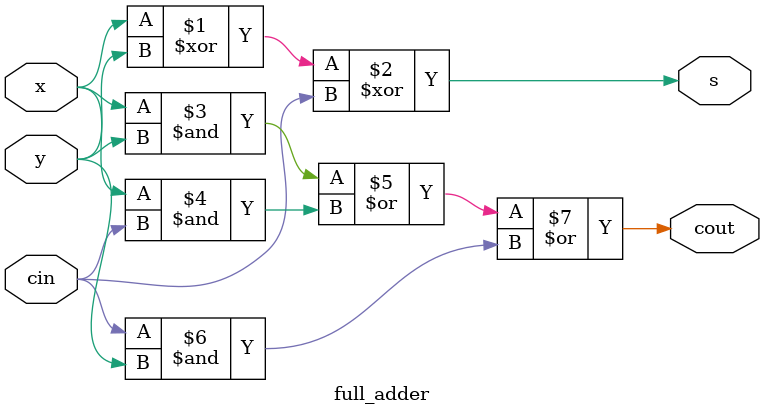
<source format=sv>
module ripple_adder
(
    input   logic[15:0]     A,
    input   logic[15:0]     B,
    output  logic[15:0]     Sum,
    output  logic           CO
);

    /* TODO
     *
     * Insert code here to implement a ripple adder.
     * Your code should be completly combinational (don't use always_ff or always_latch).
     * Feel free to create sub-modules or other files. */
	  logic c0,c1,c2;
	
	four_bit_ra FRA0(.x(A[3 : 0]), .y(B[3 : 0]), .cin( 0), .s(Sum[3 : 0]), .cout(c0));
	four_bit_ra FRA1(.x(A[7 : 4]), .y(B[7 : 4]), .cin(c0), .s(Sum[7 : 4]), .cout(c1));
	four_bit_ra FRA2(.x(A[11: 8]), .y(B[11: 8]), .cin(c1), .s(Sum[11: 8]), .cout(c2));
	four_bit_ra FRA3(.x(A[15:12]), .y(B[15:12]), .cin(c2), .s(Sum[15:12]), .cout(CO));
     
endmodule


module four_bit_ra(
						input [3:0] x,
						input [3:0] y,
						input cin,
						output logic [3:0] s,
						output logic cout
						);
						
	logic c0, c1, c2;
	
	full_adder fa0(.x(x[0]), .y(y[0]), .cin(cin), .s(s[0]), .cout(c0));
	full_adder fa1(.x(x[1]), .y(y[1]), .cin(c0 ), .s(s[1]), .cout(c1));
	full_adder fa2(.x(x[2]), .y(y[2]), .cin(c1 ), .s(s[2]), .cout(c2));
	full_adder fa3(.x(x[3]), .y(y[3]), .cin(c2 ), .s(s[3]), .cout(cout));
	
						
						
						
endmodule


module full_adder(
						input x,
						input y,
						input cin,
						output logic s,
						output logic cout
						);
						
	assign s    = x ^ y ^ cin;
	assign cout = (x&y) | (x&cin) | (cin&y);
	
endmodule

	
	
						
</source>
